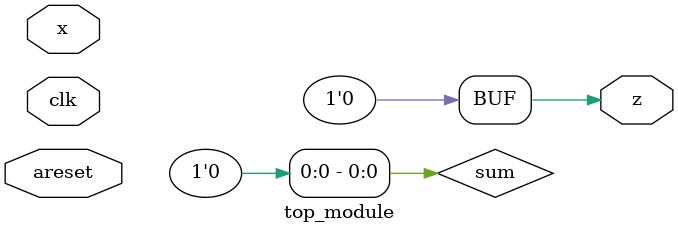
<source format=sv>
module top_module (
    input clk,
    input areset,
    input x,
    output reg z
);

reg [7:0] count;
reg [7:0] sum;

initial begin
    count <= 8'd0;
    sum <= 8'd0;
    z <= 1'b0;
end

always @(posedge clk or posedge areset) begin
    if (areset) begin
        count <= 8'd0;
        sum <= 8'd0;
    end else if (count == 8'd7) begin
        count <= 8'd0;
        sum <= ~x + 1;
    end else begin
        count <= count + 1;
        sum <= {sum[6:0], sum[7]};
    end
end

assign z = sum;

endmodule

</source>
